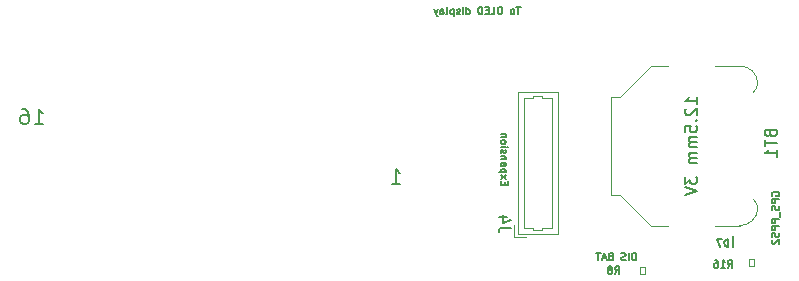
<source format=gbo>
G04 #@! TF.GenerationSoftware,KiCad,Pcbnew,5.1.5*
G04 #@! TF.CreationDate,2019-12-04T09:49:36-05:00*
G04 #@! TF.ProjectId,obd-teensy-oled,6f62642d-7465-4656-9e73-792d6f6c6564,rev?*
G04 #@! TF.SameCoordinates,Original*
G04 #@! TF.FileFunction,Legend,Bot*
G04 #@! TF.FilePolarity,Positive*
%FSLAX46Y46*%
G04 Gerber Fmt 4.6, Leading zero omitted, Abs format (unit mm)*
G04 Created by KiCad (PCBNEW 5.1.5) date 2019-12-04 09:49:36*
%MOMM*%
%LPD*%
G04 APERTURE LIST*
%ADD10C,0.127000*%
%ADD11C,0.120000*%
%ADD12C,0.066040*%
%ADD13C,0.150000*%
%ADD14C,0.203200*%
G04 APERTURE END LIST*
D10*
X169461542Y-98541114D02*
X169461542Y-98337914D01*
X169142228Y-98250828D02*
X169142228Y-98541114D01*
X169751828Y-98541114D01*
X169751828Y-98250828D01*
X169142228Y-98047628D02*
X169548628Y-97728314D01*
X169548628Y-98047628D02*
X169142228Y-97728314D01*
X169548628Y-97496085D02*
X168939028Y-97496085D01*
X169519600Y-97496085D02*
X169548628Y-97438028D01*
X169548628Y-97321914D01*
X169519600Y-97263857D01*
X169490571Y-97234828D01*
X169432514Y-97205800D01*
X169258342Y-97205800D01*
X169200285Y-97234828D01*
X169171257Y-97263857D01*
X169142228Y-97321914D01*
X169142228Y-97438028D01*
X169171257Y-97496085D01*
X169142228Y-96683285D02*
X169461542Y-96683285D01*
X169519600Y-96712314D01*
X169548628Y-96770371D01*
X169548628Y-96886485D01*
X169519600Y-96944542D01*
X169171257Y-96683285D02*
X169142228Y-96741342D01*
X169142228Y-96886485D01*
X169171257Y-96944542D01*
X169229314Y-96973571D01*
X169287371Y-96973571D01*
X169345428Y-96944542D01*
X169374457Y-96886485D01*
X169374457Y-96741342D01*
X169403485Y-96683285D01*
X169548628Y-96393000D02*
X169142228Y-96393000D01*
X169490571Y-96393000D02*
X169519600Y-96363971D01*
X169548628Y-96305914D01*
X169548628Y-96218828D01*
X169519600Y-96160771D01*
X169461542Y-96131742D01*
X169142228Y-96131742D01*
X169171257Y-95870485D02*
X169142228Y-95812428D01*
X169142228Y-95696314D01*
X169171257Y-95638257D01*
X169229314Y-95609228D01*
X169258342Y-95609228D01*
X169316400Y-95638257D01*
X169345428Y-95696314D01*
X169345428Y-95783400D01*
X169374457Y-95841457D01*
X169432514Y-95870485D01*
X169461542Y-95870485D01*
X169519600Y-95841457D01*
X169548628Y-95783400D01*
X169548628Y-95696314D01*
X169519600Y-95638257D01*
X169142228Y-95347971D02*
X169548628Y-95347971D01*
X169751828Y-95347971D02*
X169722800Y-95377000D01*
X169693771Y-95347971D01*
X169722800Y-95318942D01*
X169751828Y-95347971D01*
X169693771Y-95347971D01*
X169142228Y-94970600D02*
X169171257Y-95028657D01*
X169200285Y-95057685D01*
X169258342Y-95086714D01*
X169432514Y-95086714D01*
X169490571Y-95057685D01*
X169519600Y-95028657D01*
X169548628Y-94970600D01*
X169548628Y-94883514D01*
X169519600Y-94825457D01*
X169490571Y-94796428D01*
X169432514Y-94767400D01*
X169258342Y-94767400D01*
X169200285Y-94796428D01*
X169171257Y-94825457D01*
X169142228Y-94883514D01*
X169142228Y-94970600D01*
X169548628Y-94506142D02*
X169142228Y-94506142D01*
X169490571Y-94506142D02*
X169519600Y-94477114D01*
X169548628Y-94419057D01*
X169548628Y-94331971D01*
X169519600Y-94273914D01*
X169461542Y-94244885D01*
X169142228Y-94244885D01*
X170804114Y-83486171D02*
X170455771Y-83486171D01*
X170629942Y-84095771D02*
X170629942Y-83486171D01*
X170165485Y-84095771D02*
X170223542Y-84066742D01*
X170252571Y-84037714D01*
X170281600Y-83979657D01*
X170281600Y-83805485D01*
X170252571Y-83747428D01*
X170223542Y-83718400D01*
X170165485Y-83689371D01*
X170078400Y-83689371D01*
X170020342Y-83718400D01*
X169991314Y-83747428D01*
X169962285Y-83805485D01*
X169962285Y-83979657D01*
X169991314Y-84037714D01*
X170020342Y-84066742D01*
X170078400Y-84095771D01*
X170165485Y-84095771D01*
X169120457Y-83486171D02*
X169004342Y-83486171D01*
X168946285Y-83515200D01*
X168888228Y-83573257D01*
X168859200Y-83689371D01*
X168859200Y-83892571D01*
X168888228Y-84008685D01*
X168946285Y-84066742D01*
X169004342Y-84095771D01*
X169120457Y-84095771D01*
X169178514Y-84066742D01*
X169236571Y-84008685D01*
X169265600Y-83892571D01*
X169265600Y-83689371D01*
X169236571Y-83573257D01*
X169178514Y-83515200D01*
X169120457Y-83486171D01*
X168307657Y-84095771D02*
X168597942Y-84095771D01*
X168597942Y-83486171D01*
X168104457Y-83776457D02*
X167901257Y-83776457D01*
X167814171Y-84095771D02*
X168104457Y-84095771D01*
X168104457Y-83486171D01*
X167814171Y-83486171D01*
X167552914Y-84095771D02*
X167552914Y-83486171D01*
X167407771Y-83486171D01*
X167320685Y-83515200D01*
X167262628Y-83573257D01*
X167233600Y-83631314D01*
X167204571Y-83747428D01*
X167204571Y-83834514D01*
X167233600Y-83950628D01*
X167262628Y-84008685D01*
X167320685Y-84066742D01*
X167407771Y-84095771D01*
X167552914Y-84095771D01*
X166217600Y-84095771D02*
X166217600Y-83486171D01*
X166217600Y-84066742D02*
X166275657Y-84095771D01*
X166391771Y-84095771D01*
X166449828Y-84066742D01*
X166478857Y-84037714D01*
X166507885Y-83979657D01*
X166507885Y-83805485D01*
X166478857Y-83747428D01*
X166449828Y-83718400D01*
X166391771Y-83689371D01*
X166275657Y-83689371D01*
X166217600Y-83718400D01*
X165927314Y-84095771D02*
X165927314Y-83689371D01*
X165927314Y-83486171D02*
X165956342Y-83515200D01*
X165927314Y-83544228D01*
X165898285Y-83515200D01*
X165927314Y-83486171D01*
X165927314Y-83544228D01*
X165666057Y-84066742D02*
X165608000Y-84095771D01*
X165491885Y-84095771D01*
X165433828Y-84066742D01*
X165404800Y-84008685D01*
X165404800Y-83979657D01*
X165433828Y-83921600D01*
X165491885Y-83892571D01*
X165578971Y-83892571D01*
X165637028Y-83863542D01*
X165666057Y-83805485D01*
X165666057Y-83776457D01*
X165637028Y-83718400D01*
X165578971Y-83689371D01*
X165491885Y-83689371D01*
X165433828Y-83718400D01*
X165143542Y-83689371D02*
X165143542Y-84298971D01*
X165143542Y-83718400D02*
X165085485Y-83689371D01*
X164969371Y-83689371D01*
X164911314Y-83718400D01*
X164882285Y-83747428D01*
X164853257Y-83805485D01*
X164853257Y-83979657D01*
X164882285Y-84037714D01*
X164911314Y-84066742D01*
X164969371Y-84095771D01*
X165085485Y-84095771D01*
X165143542Y-84066742D01*
X164504914Y-84095771D02*
X164562971Y-84066742D01*
X164592000Y-84008685D01*
X164592000Y-83486171D01*
X164011428Y-84095771D02*
X164011428Y-83776457D01*
X164040457Y-83718400D01*
X164098514Y-83689371D01*
X164214628Y-83689371D01*
X164272685Y-83718400D01*
X164011428Y-84066742D02*
X164069485Y-84095771D01*
X164214628Y-84095771D01*
X164272685Y-84066742D01*
X164301714Y-84008685D01*
X164301714Y-83950628D01*
X164272685Y-83892571D01*
X164214628Y-83863542D01*
X164069485Y-83863542D01*
X164011428Y-83834514D01*
X163779200Y-83689371D02*
X163634057Y-84095771D01*
X163488914Y-83689371D02*
X163634057Y-84095771D01*
X163692114Y-84240914D01*
X163721142Y-84269942D01*
X163779200Y-84298971D01*
D11*
X181843000Y-102000000D02*
X183293000Y-102000000D01*
X179243000Y-99400000D02*
X181843000Y-102000000D01*
X178443000Y-99400000D02*
X179243000Y-99400000D01*
X178443000Y-91100000D02*
X178443000Y-99400000D01*
X179243000Y-91100000D02*
X178443000Y-91100000D01*
X181843000Y-88500000D02*
X179243000Y-91100000D01*
X183293000Y-88500000D02*
X181843000Y-88500000D01*
X187293000Y-88500000D02*
X189393000Y-88500000D01*
X187293000Y-102000000D02*
X189393000Y-102000000D01*
X189343000Y-88500000D02*
G75*
G02X190893000Y-89950000I50000J-1500000D01*
G01*
X189343000Y-102000000D02*
G75*
G03X190893000Y-100550000I50000J1500000D01*
G01*
X190877160Y-89835385D02*
G75*
G02X190493000Y-90750000I-984160J-124615D01*
G01*
X190877160Y-100664615D02*
G75*
G03X190493000Y-99750000I-984160J124615D01*
G01*
X170281000Y-102972000D02*
X170281000Y-101972000D01*
X170281000Y-102972000D02*
X171281000Y-102972000D01*
X173481000Y-91222000D02*
X173481000Y-96697000D01*
X172631000Y-91222000D02*
X173481000Y-91222000D01*
X172631000Y-91022000D02*
X172631000Y-91222000D01*
X171831000Y-91022000D02*
X172631000Y-91022000D01*
X171831000Y-91222000D02*
X171831000Y-91022000D01*
X171081000Y-91222000D02*
X171831000Y-91222000D01*
X171081000Y-96697000D02*
X171081000Y-91222000D01*
X173481000Y-102172000D02*
X173481000Y-96697000D01*
X172631000Y-102172000D02*
X173481000Y-102172000D01*
X172631000Y-102372000D02*
X172631000Y-102172000D01*
X171831000Y-102372000D02*
X172631000Y-102372000D01*
X171831000Y-102172000D02*
X171831000Y-102372000D01*
X171081000Y-102172000D02*
X171831000Y-102172000D01*
X171081000Y-96697000D02*
X171081000Y-102172000D01*
X173991000Y-90712000D02*
X173991000Y-102682000D01*
X170571000Y-90712000D02*
X173991000Y-90712000D01*
X170571000Y-102682000D02*
X170571000Y-90712000D01*
X173991000Y-102682000D02*
X170571000Y-102682000D01*
D12*
X190571120Y-105455720D02*
X190571120Y-104856280D01*
X190571120Y-104856280D02*
X190174880Y-104856280D01*
X190174880Y-105455720D02*
X190174880Y-104856280D01*
X190571120Y-105455720D02*
X190174880Y-105455720D01*
D10*
X188772800Y-102903020D02*
X188772800Y-103852980D01*
D12*
X180903880Y-105491280D02*
X180903880Y-106090720D01*
X180903880Y-106090720D02*
X181300120Y-106090720D01*
X181300120Y-105491280D02*
X181300120Y-106090720D01*
X180903880Y-105491280D02*
X181300120Y-105491280D01*
D13*
X191952571Y-94210285D02*
X192000190Y-94353142D01*
X192047809Y-94400761D01*
X192143047Y-94448380D01*
X192285904Y-94448380D01*
X192381142Y-94400761D01*
X192428761Y-94353142D01*
X192476380Y-94257904D01*
X192476380Y-93876952D01*
X191476380Y-93876952D01*
X191476380Y-94210285D01*
X191524000Y-94305523D01*
X191571619Y-94353142D01*
X191666857Y-94400761D01*
X191762095Y-94400761D01*
X191857333Y-94353142D01*
X191904952Y-94305523D01*
X191952571Y-94210285D01*
X191952571Y-93876952D01*
X191476380Y-94734095D02*
X191476380Y-95305523D01*
X192476380Y-95019809D02*
X191476380Y-95019809D01*
X192476380Y-96162666D02*
X192476380Y-95591238D01*
X192476380Y-95876952D02*
X191476380Y-95876952D01*
X191619238Y-95781714D01*
X191714476Y-95686476D01*
X191762095Y-95591238D01*
X185745380Y-91726190D02*
X185745380Y-91154761D01*
X185745380Y-91440476D02*
X184745380Y-91440476D01*
X184888238Y-91345238D01*
X184983476Y-91250000D01*
X185031095Y-91154761D01*
X184840619Y-92107142D02*
X184793000Y-92154761D01*
X184745380Y-92250000D01*
X184745380Y-92488095D01*
X184793000Y-92583333D01*
X184840619Y-92630952D01*
X184935857Y-92678571D01*
X185031095Y-92678571D01*
X185173952Y-92630952D01*
X185745380Y-92059523D01*
X185745380Y-92678571D01*
X185650142Y-93107142D02*
X185697761Y-93154761D01*
X185745380Y-93107142D01*
X185697761Y-93059523D01*
X185650142Y-93107142D01*
X185745380Y-93107142D01*
X184745380Y-94059523D02*
X184745380Y-93583333D01*
X185221571Y-93535714D01*
X185173952Y-93583333D01*
X185126333Y-93678571D01*
X185126333Y-93916666D01*
X185173952Y-94011904D01*
X185221571Y-94059523D01*
X185316809Y-94107142D01*
X185554904Y-94107142D01*
X185650142Y-94059523D01*
X185697761Y-94011904D01*
X185745380Y-93916666D01*
X185745380Y-93678571D01*
X185697761Y-93583333D01*
X185650142Y-93535714D01*
X185745380Y-94535714D02*
X185078714Y-94535714D01*
X185173952Y-94535714D02*
X185126333Y-94583333D01*
X185078714Y-94678571D01*
X185078714Y-94821428D01*
X185126333Y-94916666D01*
X185221571Y-94964285D01*
X185745380Y-94964285D01*
X185221571Y-94964285D02*
X185126333Y-95011904D01*
X185078714Y-95107142D01*
X185078714Y-95250000D01*
X185126333Y-95345238D01*
X185221571Y-95392857D01*
X185745380Y-95392857D01*
X185745380Y-95869047D02*
X185078714Y-95869047D01*
X185173952Y-95869047D02*
X185126333Y-95916666D01*
X185078714Y-96011904D01*
X185078714Y-96154761D01*
X185126333Y-96250000D01*
X185221571Y-96297619D01*
X185745380Y-96297619D01*
X185221571Y-96297619D02*
X185126333Y-96345238D01*
X185078714Y-96440476D01*
X185078714Y-96583333D01*
X185126333Y-96678571D01*
X185221571Y-96726190D01*
X185745380Y-96726190D01*
X184745380Y-97869047D02*
X184745380Y-98488095D01*
X185126333Y-98154761D01*
X185126333Y-98297619D01*
X185173952Y-98392857D01*
X185221571Y-98440476D01*
X185316809Y-98488095D01*
X185554904Y-98488095D01*
X185650142Y-98440476D01*
X185697761Y-98392857D01*
X185745380Y-98297619D01*
X185745380Y-98011904D01*
X185697761Y-97916666D01*
X185650142Y-97869047D01*
X184745380Y-98773809D02*
X185745380Y-99107142D01*
X184745380Y-99440476D01*
X169965619Y-102187333D02*
X169251333Y-102187333D01*
X169108476Y-102234952D01*
X169013238Y-102330190D01*
X168965619Y-102473047D01*
X168965619Y-102568285D01*
X169632285Y-101282571D02*
X168965619Y-101282571D01*
X170013238Y-101520666D02*
X169298952Y-101758761D01*
X169298952Y-101139714D01*
D10*
X188351885Y-105558771D02*
X188555085Y-105268485D01*
X188700228Y-105558771D02*
X188700228Y-104949171D01*
X188468000Y-104949171D01*
X188409942Y-104978200D01*
X188380914Y-105007228D01*
X188351885Y-105065285D01*
X188351885Y-105152371D01*
X188380914Y-105210428D01*
X188409942Y-105239457D01*
X188468000Y-105268485D01*
X188700228Y-105268485D01*
X187771314Y-105558771D02*
X188119657Y-105558771D01*
X187945485Y-105558771D02*
X187945485Y-104949171D01*
X188003542Y-105036257D01*
X188061600Y-105094314D01*
X188119657Y-105123342D01*
X187248800Y-104949171D02*
X187364914Y-104949171D01*
X187422971Y-104978200D01*
X187452000Y-105007228D01*
X187510057Y-105094314D01*
X187539085Y-105210428D01*
X187539085Y-105442657D01*
X187510057Y-105500714D01*
X187481028Y-105529742D01*
X187422971Y-105558771D01*
X187306857Y-105558771D01*
X187248800Y-105529742D01*
X187219771Y-105500714D01*
X187190742Y-105442657D01*
X187190742Y-105297514D01*
X187219771Y-105239457D01*
X187248800Y-105210428D01*
X187306857Y-105181400D01*
X187422971Y-105181400D01*
X187481028Y-105210428D01*
X187510057Y-105239457D01*
X187539085Y-105297514D01*
X188409942Y-103780771D02*
X188409942Y-103171171D01*
X188264800Y-103171171D01*
X188177714Y-103200200D01*
X188119657Y-103258257D01*
X188090628Y-103316314D01*
X188061600Y-103432428D01*
X188061600Y-103519514D01*
X188090628Y-103635628D01*
X188119657Y-103693685D01*
X188177714Y-103751742D01*
X188264800Y-103780771D01*
X188409942Y-103780771D01*
X187858400Y-103171171D02*
X187452000Y-103171171D01*
X187713257Y-103780771D01*
X192100200Y-99488171D02*
X192071171Y-99430114D01*
X192071171Y-99343028D01*
X192100200Y-99255942D01*
X192158257Y-99197885D01*
X192216314Y-99168857D01*
X192332428Y-99139828D01*
X192419514Y-99139828D01*
X192535628Y-99168857D01*
X192593685Y-99197885D01*
X192651742Y-99255942D01*
X192680771Y-99343028D01*
X192680771Y-99401085D01*
X192651742Y-99488171D01*
X192622714Y-99517200D01*
X192419514Y-99517200D01*
X192419514Y-99401085D01*
X192680771Y-99778457D02*
X192071171Y-99778457D01*
X192071171Y-100010685D01*
X192100200Y-100068742D01*
X192129228Y-100097771D01*
X192187285Y-100126800D01*
X192274371Y-100126800D01*
X192332428Y-100097771D01*
X192361457Y-100068742D01*
X192390485Y-100010685D01*
X192390485Y-99778457D01*
X192651742Y-100359028D02*
X192680771Y-100446114D01*
X192680771Y-100591257D01*
X192651742Y-100649314D01*
X192622714Y-100678342D01*
X192564657Y-100707371D01*
X192506600Y-100707371D01*
X192448542Y-100678342D01*
X192419514Y-100649314D01*
X192390485Y-100591257D01*
X192361457Y-100475142D01*
X192332428Y-100417085D01*
X192303400Y-100388057D01*
X192245342Y-100359028D01*
X192187285Y-100359028D01*
X192129228Y-100388057D01*
X192100200Y-100417085D01*
X192071171Y-100475142D01*
X192071171Y-100620285D01*
X192100200Y-100707371D01*
X192738828Y-100823485D02*
X192738828Y-101287942D01*
X192680771Y-101433085D02*
X192071171Y-101433085D01*
X192071171Y-101665314D01*
X192100200Y-101723371D01*
X192129228Y-101752400D01*
X192187285Y-101781428D01*
X192274371Y-101781428D01*
X192332428Y-101752400D01*
X192361457Y-101723371D01*
X192390485Y-101665314D01*
X192390485Y-101433085D01*
X192680771Y-102042685D02*
X192071171Y-102042685D01*
X192071171Y-102274914D01*
X192100200Y-102332971D01*
X192129228Y-102362000D01*
X192187285Y-102391028D01*
X192274371Y-102391028D01*
X192332428Y-102362000D01*
X192361457Y-102332971D01*
X192390485Y-102274914D01*
X192390485Y-102042685D01*
X192651742Y-102623257D02*
X192680771Y-102710342D01*
X192680771Y-102855485D01*
X192651742Y-102913542D01*
X192622714Y-102942571D01*
X192564657Y-102971600D01*
X192506600Y-102971600D01*
X192448542Y-102942571D01*
X192419514Y-102913542D01*
X192390485Y-102855485D01*
X192361457Y-102739371D01*
X192332428Y-102681314D01*
X192303400Y-102652285D01*
X192245342Y-102623257D01*
X192187285Y-102623257D01*
X192129228Y-102652285D01*
X192100200Y-102681314D01*
X192071171Y-102739371D01*
X192071171Y-102884514D01*
X192100200Y-102971600D01*
X192129228Y-103203828D02*
X192100200Y-103232857D01*
X192071171Y-103290914D01*
X192071171Y-103436057D01*
X192100200Y-103494114D01*
X192129228Y-103523142D01*
X192187285Y-103552171D01*
X192245342Y-103552171D01*
X192332428Y-103523142D01*
X192680771Y-103174800D01*
X192680771Y-103552171D01*
X178790600Y-106066771D02*
X178993800Y-105776485D01*
X179138942Y-106066771D02*
X179138942Y-105457171D01*
X178906714Y-105457171D01*
X178848657Y-105486200D01*
X178819628Y-105515228D01*
X178790600Y-105573285D01*
X178790600Y-105660371D01*
X178819628Y-105718428D01*
X178848657Y-105747457D01*
X178906714Y-105776485D01*
X179138942Y-105776485D01*
X178442257Y-105718428D02*
X178500314Y-105689400D01*
X178529342Y-105660371D01*
X178558371Y-105602314D01*
X178558371Y-105573285D01*
X178529342Y-105515228D01*
X178500314Y-105486200D01*
X178442257Y-105457171D01*
X178326142Y-105457171D01*
X178268085Y-105486200D01*
X178239057Y-105515228D01*
X178210028Y-105573285D01*
X178210028Y-105602314D01*
X178239057Y-105660371D01*
X178268085Y-105689400D01*
X178326142Y-105718428D01*
X178442257Y-105718428D01*
X178500314Y-105747457D01*
X178529342Y-105776485D01*
X178558371Y-105834542D01*
X178558371Y-105950657D01*
X178529342Y-106008714D01*
X178500314Y-106037742D01*
X178442257Y-106066771D01*
X178326142Y-106066771D01*
X178268085Y-106037742D01*
X178239057Y-106008714D01*
X178210028Y-105950657D01*
X178210028Y-105834542D01*
X178239057Y-105776485D01*
X178268085Y-105747457D01*
X178326142Y-105718428D01*
X180568600Y-104923771D02*
X180568600Y-104314171D01*
X180423457Y-104314171D01*
X180336371Y-104343200D01*
X180278314Y-104401257D01*
X180249285Y-104459314D01*
X180220257Y-104575428D01*
X180220257Y-104662514D01*
X180249285Y-104778628D01*
X180278314Y-104836685D01*
X180336371Y-104894742D01*
X180423457Y-104923771D01*
X180568600Y-104923771D01*
X179959000Y-104923771D02*
X179959000Y-104314171D01*
X179697742Y-104894742D02*
X179610657Y-104923771D01*
X179465514Y-104923771D01*
X179407457Y-104894742D01*
X179378428Y-104865714D01*
X179349400Y-104807657D01*
X179349400Y-104749600D01*
X179378428Y-104691542D01*
X179407457Y-104662514D01*
X179465514Y-104633485D01*
X179581628Y-104604457D01*
X179639685Y-104575428D01*
X179668714Y-104546400D01*
X179697742Y-104488342D01*
X179697742Y-104430285D01*
X179668714Y-104372228D01*
X179639685Y-104343200D01*
X179581628Y-104314171D01*
X179436485Y-104314171D01*
X179349400Y-104343200D01*
X178420485Y-104604457D02*
X178333400Y-104633485D01*
X178304371Y-104662514D01*
X178275342Y-104720571D01*
X178275342Y-104807657D01*
X178304371Y-104865714D01*
X178333400Y-104894742D01*
X178391457Y-104923771D01*
X178623685Y-104923771D01*
X178623685Y-104314171D01*
X178420485Y-104314171D01*
X178362428Y-104343200D01*
X178333400Y-104372228D01*
X178304371Y-104430285D01*
X178304371Y-104488342D01*
X178333400Y-104546400D01*
X178362428Y-104575428D01*
X178420485Y-104604457D01*
X178623685Y-104604457D01*
X178043114Y-104749600D02*
X177752828Y-104749600D01*
X178101171Y-104923771D02*
X177897971Y-104314171D01*
X177694771Y-104923771D01*
X177578657Y-104314171D02*
X177230314Y-104314171D01*
X177404485Y-104923771D02*
X177404485Y-104314171D01*
D14*
X159911142Y-98491523D02*
X160636857Y-98491523D01*
X160274000Y-98491523D02*
X160274000Y-97221523D01*
X160394952Y-97402952D01*
X160515904Y-97523904D01*
X160636857Y-97584380D01*
X129654904Y-93411523D02*
X130380619Y-93411523D01*
X130017761Y-93411523D02*
X130017761Y-92141523D01*
X130138714Y-92322952D01*
X130259666Y-92443904D01*
X130380619Y-92504380D01*
X128566333Y-92141523D02*
X128808238Y-92141523D01*
X128929190Y-92202000D01*
X128989666Y-92262476D01*
X129110619Y-92443904D01*
X129171095Y-92685809D01*
X129171095Y-93169619D01*
X129110619Y-93290571D01*
X129050142Y-93351047D01*
X128929190Y-93411523D01*
X128687285Y-93411523D01*
X128566333Y-93351047D01*
X128505857Y-93290571D01*
X128445380Y-93169619D01*
X128445380Y-92867238D01*
X128505857Y-92746285D01*
X128566333Y-92685809D01*
X128687285Y-92625333D01*
X128929190Y-92625333D01*
X129050142Y-92685809D01*
X129110619Y-92746285D01*
X129171095Y-92867238D01*
M02*

</source>
